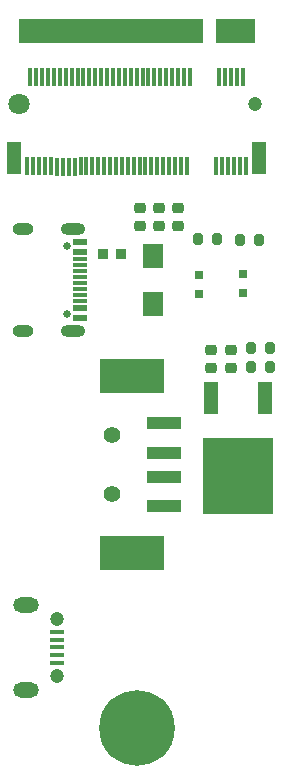
<source format=gbr>
%TF.GenerationSoftware,KiCad,Pcbnew,7.0.5*%
%TF.CreationDate,2023-08-28T16:59:48-05:00*%
%TF.ProjectId,Chimera_0002_thea,4368696d-6572-4615-9f30-3030325f7468,rev?*%
%TF.SameCoordinates,Original*%
%TF.FileFunction,Soldermask,Top*%
%TF.FilePolarity,Negative*%
%FSLAX46Y46*%
G04 Gerber Fmt 4.6, Leading zero omitted, Abs format (unit mm)*
G04 Created by KiCad (PCBNEW 7.0.5) date 2023-08-28 16:59:48*
%MOMM*%
%LPD*%
G01*
G04 APERTURE LIST*
G04 Aperture macros list*
%AMRoundRect*
0 Rectangle with rounded corners*
0 $1 Rounding radius*
0 $2 $3 $4 $5 $6 $7 $8 $9 X,Y pos of 4 corners*
0 Add a 4 corners polygon primitive as box body*
4,1,4,$2,$3,$4,$5,$6,$7,$8,$9,$2,$3,0*
0 Add four circle primitives for the rounded corners*
1,1,$1+$1,$2,$3*
1,1,$1+$1,$4,$5*
1,1,$1+$1,$6,$7*
1,1,$1+$1,$8,$9*
0 Add four rect primitives between the rounded corners*
20,1,$1+$1,$2,$3,$4,$5,0*
20,1,$1+$1,$4,$5,$6,$7,0*
20,1,$1+$1,$6,$7,$8,$9,0*
20,1,$1+$1,$8,$9,$2,$3,0*%
G04 Aperture macros list end*
%ADD10C,0.100000*%
%ADD11C,3.600000*%
%ADD12C,6.400000*%
%ADD13R,1.800000X2.000000*%
%ADD14RoundRect,0.225000X-0.250000X0.225000X-0.250000X-0.225000X0.250000X-0.225000X0.250000X0.225000X0*%
%ADD15RoundRect,0.200000X0.200000X0.275000X-0.200000X0.275000X-0.200000X-0.275000X0.200000X-0.275000X0*%
%ADD16C,1.200000*%
%ADD17C,1.800000*%
%ADD18R,0.300000X1.550013*%
%ADD19R,0.300000X1.524003*%
%ADD20R,1.300000X2.800000*%
%ADD21RoundRect,0.225000X0.250000X-0.225000X0.250000X0.225000X-0.250000X0.225000X-0.250000X-0.225000X0*%
%ADD22C,1.400051*%
%ADD23R,3.000000X1.000000*%
%ADD24R,5.499873X3.000000*%
%ADD25R,1.250013X0.400000*%
%ADD26O,2.200000X1.300000*%
%ADD27R,6.000000X6.500025*%
%ADD28R,0.806477X0.864008*%
%ADD29R,0.800000X0.800000*%
%ADD30C,0.649987*%
%ADD31O,2.100000X1.000000*%
%ADD32O,1.800000X1.000000*%
%ADD33R,1.240005X0.600000*%
%ADD34R,1.240005X0.300000*%
G04 APERTURE END LIST*
%TO.C,U2*%
D10*
X122425000Y-91900000D02*
X119225000Y-91900000D01*
X119225000Y-89900000D01*
X122425000Y-89900000D01*
X122425000Y-91900000D01*
G36*
X122425000Y-91900000D02*
G01*
X119225000Y-91900000D01*
X119225000Y-89900000D01*
X122425000Y-89900000D01*
X122425000Y-91900000D01*
G37*
X118025000Y-91900000D02*
X102575000Y-91900000D01*
X102575000Y-89900000D01*
X118025000Y-89900000D01*
X118025000Y-91900000D01*
G36*
X118025000Y-91900000D02*
G01*
X102575000Y-91900000D01*
X102575000Y-89900000D01*
X118025000Y-89900000D01*
X118025000Y-91900000D01*
G37*
%TD*%
D11*
%TO.C,H1*%
X112500000Y-149900000D03*
D12*
X112500000Y-149900000D03*
%TD*%
D13*
%TO.C,U3*%
X113899975Y-114000102D03*
X113899975Y-110000102D03*
%TD*%
D14*
%TO.C,C3*%
X116000000Y-105900000D03*
X116000000Y-107450000D03*
%TD*%
D15*
%TO.C,R3*%
X123825000Y-119400000D03*
X122175000Y-119400000D03*
%TD*%
D14*
%TO.C,C4*%
X118800000Y-117925000D03*
X118800000Y-119475000D03*
%TD*%
D15*
%TO.C,R4*%
X123825000Y-117800000D03*
X122175000Y-117800000D03*
%TD*%
D16*
%TO.C,CN1*%
X122499936Y-97125171D03*
D17*
X102499936Y-97125171D03*
D18*
X121749872Y-102400000D03*
X121499936Y-94850088D03*
X121250000Y-102400000D03*
X120999809Y-94850088D03*
X120749872Y-102400000D03*
X120499936Y-94850088D03*
X120250000Y-102400000D03*
X119999809Y-94850088D03*
X119749872Y-102400000D03*
X119499936Y-94850088D03*
X119250000Y-102400000D03*
X116999809Y-94850088D03*
X116749872Y-102400000D03*
X116499936Y-94850088D03*
X116250000Y-102400000D03*
X115999809Y-94850088D03*
X115749872Y-102400000D03*
X115499936Y-94850088D03*
X115250000Y-102400000D03*
X114999809Y-94850088D03*
X114749872Y-102400000D03*
X114499936Y-94850088D03*
X114250000Y-102400000D03*
X113999809Y-94850088D03*
X113749872Y-102400000D03*
X113499936Y-94850088D03*
X113250000Y-102400000D03*
X112999809Y-94850088D03*
X112749872Y-102400000D03*
X112499936Y-94850088D03*
X112250000Y-102400000D03*
X111999809Y-94850088D03*
X111749872Y-102400000D03*
X111499936Y-94850342D03*
X111250000Y-102400000D03*
X110999809Y-94850342D03*
X110749872Y-102400000D03*
X110499936Y-94850342D03*
X110250000Y-102400000D03*
X109999809Y-94850342D03*
X109749872Y-102400000D03*
X109499936Y-94850342D03*
X109250000Y-102400000D03*
X108999809Y-94850342D03*
X108749872Y-102400000D03*
X108499936Y-94850342D03*
X108250000Y-102400000D03*
X107999809Y-94850342D03*
X107749872Y-102400000D03*
X107499936Y-94850342D03*
D19*
X107250000Y-102400254D03*
X106999809Y-94850342D03*
X106749872Y-102400254D03*
X106499936Y-94850342D03*
X106250000Y-102400254D03*
X105999809Y-94850342D03*
X105749872Y-102400254D03*
X105499936Y-94850342D03*
D18*
X105250000Y-102400000D03*
X104999809Y-94850342D03*
X104749872Y-102400000D03*
X104499936Y-94850342D03*
X104250000Y-102400000D03*
X103999809Y-94850342D03*
X103749872Y-102400000D03*
X103499936Y-94850342D03*
X103250000Y-102400000D03*
D20*
X102149923Y-101675082D03*
X122849949Y-101675082D03*
%TD*%
D15*
%TO.C,R1*%
X119325000Y-108500000D03*
X117675000Y-108500000D03*
%TD*%
%TO.C,R2*%
X122900000Y-108650000D03*
X121250000Y-108650000D03*
%TD*%
D21*
%TO.C,C5*%
X120500000Y-119475000D03*
X120500000Y-117925000D03*
%TD*%
D22*
%TO.C,USB2*%
X110444882Y-125150000D03*
X110444882Y-130150000D03*
D23*
X114844933Y-131150000D03*
X114844933Y-128649873D03*
X114844933Y-126649873D03*
X114844933Y-124150000D03*
D24*
X112145161Y-120149492D03*
X112145161Y-135150508D03*
%TD*%
D25*
%TO.C,USB1*%
X105749733Y-141800076D03*
X105749733Y-142450064D03*
X105749733Y-143100051D03*
X105749733Y-143750038D03*
X105749733Y-144400026D03*
D16*
X105749987Y-140675108D03*
D26*
X103100000Y-139500102D03*
X103100000Y-146700000D03*
D16*
X105749987Y-145524994D03*
%TD*%
D20*
%TO.C,Q1*%
X123372797Y-122008026D03*
D27*
X121100000Y-128591974D03*
D20*
X118827203Y-122008026D03*
%TD*%
D28*
%TO.C,F1*%
X109646634Y-109800000D03*
X111153366Y-109800000D03*
%TD*%
D14*
%TO.C,C2*%
X114400000Y-105925000D03*
X114400000Y-107475000D03*
%TD*%
%TO.C,C1*%
X112800000Y-105900000D03*
X112800000Y-107450000D03*
%TD*%
D29*
%TO.C,LED1*%
X121503429Y-113098934D03*
X121496571Y-111500000D03*
%TD*%
D30*
%TO.C,U1*%
X106598661Y-109100077D03*
X106598661Y-114890018D03*
D31*
X107098534Y-107679960D03*
X107098534Y-116320041D03*
D32*
X102918448Y-116320041D03*
X102918448Y-107679960D03*
D33*
X107718549Y-108800102D03*
X107718549Y-109599950D03*
D34*
X107718549Y-110750064D03*
X107718549Y-111750064D03*
X107718549Y-112249937D03*
X107718549Y-113249937D03*
D33*
X107718549Y-115199899D03*
X107718549Y-114400051D03*
D34*
X107718549Y-113750064D03*
X107718549Y-112750064D03*
X107718549Y-111249937D03*
X107718549Y-110249937D03*
%TD*%
D29*
%TO.C,LED2*%
X117803429Y-113198934D03*
X117796571Y-111600000D03*
%TD*%
M02*

</source>
